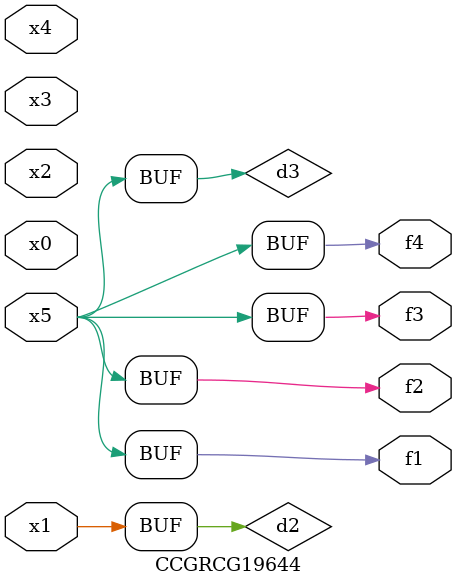
<source format=v>
module CCGRCG19644(
	input x0, x1, x2, x3, x4, x5,
	output f1, f2, f3, f4
);

	wire d1, d2, d3;

	not (d1, x5);
	or (d2, x1);
	xnor (d3, d1);
	assign f1 = d3;
	assign f2 = d3;
	assign f3 = d3;
	assign f4 = d3;
endmodule

</source>
